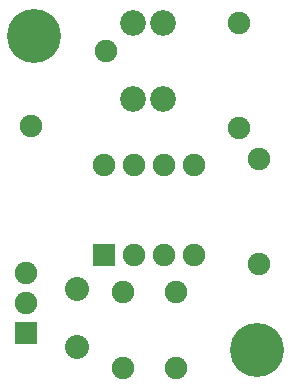
<source format=gts>
G04 (created by PCBNEW-RS274X (2012-apr-16-27)-stable) date Sun 09 Feb 2014 20:33:20 GMT*
G01*
G70*
G90*
%MOIN*%
G04 Gerber Fmt 3.4, Leading zero omitted, Abs format*
%FSLAX34Y34*%
G04 APERTURE LIST*
%ADD10C,0.006000*%
%ADD11C,0.075000*%
%ADD12R,0.075000X0.075000*%
%ADD13C,0.180000*%
%ADD14C,0.080000*%
%ADD15C,0.086000*%
G04 APERTURE END LIST*
G54D10*
G54D11*
X59450Y-34100D03*
X59450Y-37600D03*
X60100Y-42150D03*
X60100Y-38650D03*
G54D12*
X52350Y-44450D03*
G54D11*
X52350Y-43450D03*
X52350Y-42450D03*
G54D13*
X60050Y-45000D03*
X52600Y-34550D03*
G54D14*
X54050Y-44930D03*
X54050Y-42970D03*
G54D11*
X57336Y-43070D03*
X57336Y-45630D03*
X55564Y-43070D03*
X55564Y-45630D03*
X52513Y-37537D03*
X54987Y-35063D03*
G54D12*
X54950Y-41850D03*
G54D11*
X55950Y-41850D03*
X56950Y-41850D03*
X57950Y-41850D03*
X57950Y-38850D03*
X56950Y-38850D03*
X55950Y-38850D03*
X54950Y-38850D03*
G54D15*
X56900Y-36650D03*
X55900Y-36650D03*
X55900Y-34100D03*
X56900Y-34100D03*
M02*

</source>
